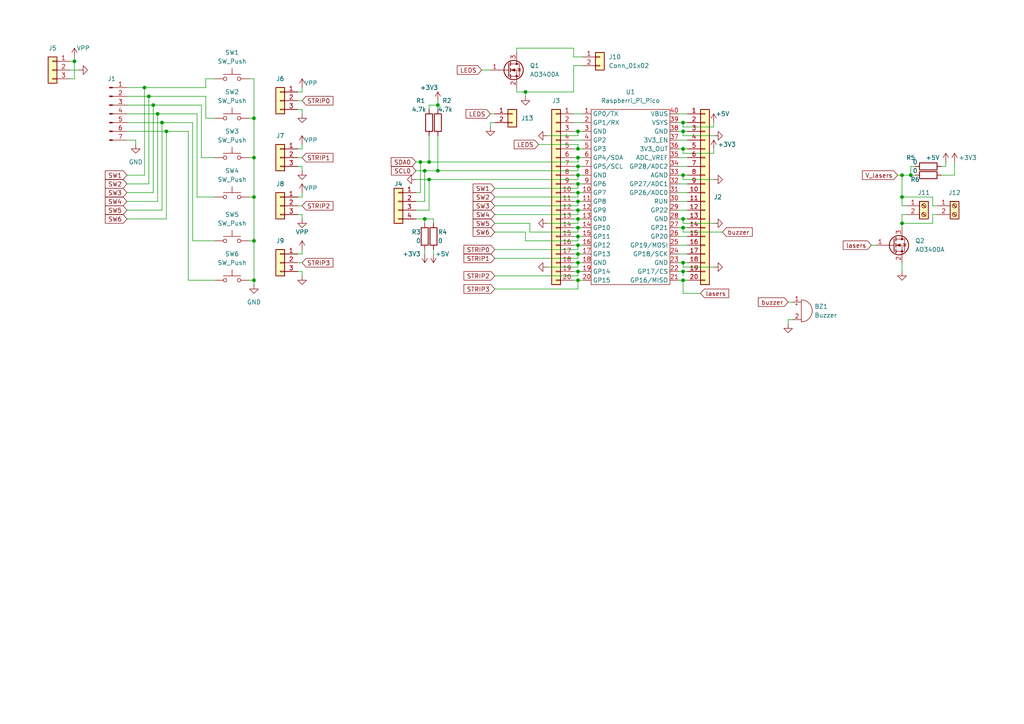
<source format=kicad_sch>
(kicad_sch (version 20230121) (generator eeschema)
  (paper "A4")
  (lib_symbols
    (symbol "Connector:Conn_01x07_Pin" (pin_names (offset 1.016) hide)
      (property "Reference" "J" (at 0 10.16 0))
      (property "Value" "Conn_01x07_Pin" (at 0 -10.16 0))
      (symbol "Conn_01x07_Pin_1_1"
        (polyline (pts (xy 1.27 -7.62) (xy 0.8636 -7.62)) (stroke (width 0.1524)))
        (polyline (pts (xy 1.27 -5.08) (xy 0.8636 -5.08)) (stroke (width 0.1524)))
        (polyline (pts (xy 1.27 -2.54) (xy 0.8636 -2.54)) (stroke (width 0.1524)))
        (polyline (pts (xy 1.27 0) (xy 0.8636 0)) (stroke (width 0.1524)))
        (polyline (pts (xy 1.27 2.54) (xy 0.8636 2.54)) (stroke (width 0.1524)))
        (polyline (pts (xy 1.27 5.08) (xy 0.8636 5.08)) (stroke (width 0.1524)))
        (polyline (pts (xy 1.27 7.62) (xy 0.8636 7.62)) (stroke (width 0.1524)))
        (rectangle (start 0.8636 -7.493) (end 0 -7.747) (stroke (width 0.1524)) (fill (type outline)))
        (rectangle (start 0.8636 -4.953) (end 0 -5.207) (stroke (width 0.1524)) (fill (type outline)))
        (rectangle (start 0.8636 -2.413) (end 0 -2.667) (stroke (width 0.1524)) (fill (type outline)))
        (rectangle (start 0.8636 0.127) (end 0 -0.127) (stroke (width 0.1524)) (fill (type outline)))
        (rectangle (start 0.8636 2.667) (end 0 2.413) (stroke (width 0.1524)) (fill (type outline)))
        (rectangle (start 0.8636 5.207) (end 0 4.953) (stroke (width 0.1524)) (fill (type outline)))
        (rectangle (start 0.8636 7.747) (end 0 7.493) (stroke (width 0.1524)) (fill (type outline)))
        (pin passive line (at 5.08 7.62 180) (length 3.81) (name "Pin_1") (number "1"))
        (pin passive line (at 5.08 5.08 180) (length 3.81) (name "Pin_2") (number "2"))
        (pin passive line (at 5.08 2.54 180) (length 3.81) (name "Pin_3") (number "3"))
        (pin passive line (at 5.08 0 180) (length 3.81) (name "Pin_4") (number "4"))
        (pin passive line (at 5.08 -2.54 180) (length 3.81) (name "Pin_5") (number "5"))
        (pin passive line (at 5.08 -5.08 180) (length 3.81) (name "Pin_6") (number "6"))
        (pin passive line (at 5.08 -7.62 180) (length 3.81) (name "Pin_7") (number "7"))
      )
    )
    (symbol "Connector:Screw_Terminal_01x02" (pin_names (offset 1.016) hide)
      (property "Reference" "J" (at 0 2.54 0))
      (property "Value" "Screw_Terminal_01x02" (at 0 -5.08 0))
      (symbol "Screw_Terminal_01x02_1_1"
        (rectangle (start -1.27 1.27) (end 1.27 -3.81) (stroke (width 0.254)) (fill (type background)))
        (circle (center 0 -2.54) (radius 0.635) (stroke (width 0.1524)))
        (polyline (pts (xy -0.5334 -2.2098) (xy 0.3302 -3.048)) (stroke (width 0.1524)))
        (polyline (pts (xy -0.5334 0.3302) (xy 0.3302 -0.508)) (stroke (width 0.1524)))
        (polyline (pts (xy -0.3556 -2.032) (xy 0.508 -2.8702)) (stroke (width 0.1524)))
        (polyline (pts (xy -0.3556 0.508) (xy 0.508 -0.3302)) (stroke (width 0.1524)))
        (circle (center 0 0) (radius 0.635) (stroke (width 0.1524)))
        (pin passive line (at -5.08 0 0) (length 3.81) (name "Pin_1") (number "1"))
        (pin passive line (at -5.08 -2.54 0) (length 3.81) (name "Pin_2") (number "2"))
      )
    )
    (symbol "Connector_Generic:Conn_01x02" (pin_names (offset 1.016) hide)
      (property "Reference" "J" (at 0 2.54 0))
      (property "Value" "Conn_01x02" (at 0 -5.08 0))
      (symbol "Conn_01x02_1_1"
        (rectangle (start -1.27 -2.413) (end 0 -2.667) (stroke (width 0.1524)))
        (rectangle (start -1.27 0.127) (end 0 -0.127) (stroke (width 0.1524)))
        (rectangle (start -1.27 1.27) (end 1.27 -3.81) (stroke (width 0.254)) (fill (type background)))
        (pin passive line (at -5.08 0 0) (length 3.81) (name "Pin_1") (number "1"))
        (pin passive line (at -5.08 -2.54 0) (length 3.81) (name "Pin_2") (number "2"))
      )
    )
    (symbol "Connector_Generic:Conn_01x03" (pin_names (offset 1.016) hide)
      (property "Reference" "J" (at 0 5.08 0))
      (property "Value" "Conn_01x03" (at 0 -5.08 0))
      (symbol "Conn_01x03_1_1"
        (rectangle (start -1.27 -2.413) (end 0 -2.667) (stroke (width 0.1524)))
        (rectangle (start -1.27 0.127) (end 0 -0.127) (stroke (width 0.1524)))
        (rectangle (start -1.27 2.667) (end 0 2.413) (stroke (width 0.1524)))
        (rectangle (start -1.27 3.81) (end 1.27 -3.81) (stroke (width 0.254)) (fill (type background)))
        (pin passive line (at -5.08 2.54 0) (length 3.81) (name "Pin_1") (number "1"))
        (pin passive line (at -5.08 0 0) (length 3.81) (name "Pin_2") (number "2"))
        (pin passive line (at -5.08 -2.54 0) (length 3.81) (name "Pin_3") (number "3"))
      )
    )
    (symbol "Connector_Generic:Conn_01x04" (pin_names (offset 1.016) hide)
      (property "Reference" "J" (at 0 5.08 0))
      (property "Value" "Conn_01x04" (at 0 -7.62 0))
      (symbol "Conn_01x04_1_1"
        (rectangle (start -1.27 -4.953) (end 0 -5.207) (stroke (width 0.1524)))
        (rectangle (start -1.27 -2.413) (end 0 -2.667) (stroke (width 0.1524)))
        (rectangle (start -1.27 0.127) (end 0 -0.127) (stroke (width 0.1524)))
        (rectangle (start -1.27 2.667) (end 0 2.413) (stroke (width 0.1524)))
        (rectangle (start -1.27 3.81) (end 1.27 -6.35) (stroke (width 0.254)) (fill (type background)))
        (pin passive line (at -5.08 2.54 0) (length 3.81) (name "Pin_1") (number "1"))
        (pin passive line (at -5.08 0 0) (length 3.81) (name "Pin_2") (number "2"))
        (pin passive line (at -5.08 -2.54 0) (length 3.81) (name "Pin_3") (number "3"))
        (pin passive line (at -5.08 -5.08 0) (length 3.81) (name "Pin_4") (number "4"))
      )
    )
    (symbol "Connector_Generic:Conn_01x20" (pin_names (offset 1.016) hide)
      (property "Reference" "J" (at 0 25.4 0))
      (property "Value" "Conn_01x20" (at 0 -27.94 0))
      (symbol "Conn_01x20_1_1"
        (rectangle (start -1.27 -25.273) (end 0 -25.527) (stroke (width 0.1524)))
        (rectangle (start -1.27 -22.733) (end 0 -22.987) (stroke (width 0.1524)))
        (rectangle (start -1.27 -20.193) (end 0 -20.447) (stroke (width 0.1524)))
        (rectangle (start -1.27 -17.653) (end 0 -17.907) (stroke (width 0.1524)))
        (rectangle (start -1.27 -15.113) (end 0 -15.367) (stroke (width 0.1524)))
        (rectangle (start -1.27 -12.573) (end 0 -12.827) (stroke (width 0.1524)))
        (rectangle (start -1.27 -10.033) (end 0 -10.287) (stroke (width 0.1524)))
        (rectangle (start -1.27 -7.493) (end 0 -7.747) (stroke (width 0.1524)))
        (rectangle (start -1.27 -4.953) (end 0 -5.207) (stroke (width 0.1524)))
        (rectangle (start -1.27 -2.413) (end 0 -2.667) (stroke (width 0.1524)))
        (rectangle (start -1.27 0.127) (end 0 -0.127) (stroke (width 0.1524)))
        (rectangle (start -1.27 2.667) (end 0 2.413) (stroke (width 0.1524)))
        (rectangle (start -1.27 5.207) (end 0 4.953) (stroke (width 0.1524)))
        (rectangle (start -1.27 7.747) (end 0 7.493) (stroke (width 0.1524)))
        (rectangle (start -1.27 10.287) (end 0 10.033) (stroke (width 0.1524)))
        (rectangle (start -1.27 12.827) (end 0 12.573) (stroke (width 0.1524)))
        (rectangle (start -1.27 15.367) (end 0 15.113) (stroke (width 0.1524)))
        (rectangle (start -1.27 17.907) (end 0 17.653) (stroke (width 0.1524)))
        (rectangle (start -1.27 20.447) (end 0 20.193) (stroke (width 0.1524)))
        (rectangle (start -1.27 22.987) (end 0 22.733) (stroke (width 0.1524)))
        (rectangle (start -1.27 24.13) (end 1.27 -26.67) (stroke (width 0.254)) (fill (type background)))
        (pin passive line (at -5.08 22.86 0) (length 3.81) (name "Pin_1") (number "1"))
        (pin passive line (at -5.08 0 0) (length 3.81) (name "Pin_10") (number "10"))
        (pin passive line (at -5.08 -2.54 0) (length 3.81) (name "Pin_11") (number "11"))
        (pin passive line (at -5.08 -5.08 0) (length 3.81) (name "Pin_12") (number "12"))
        (pin passive line (at -5.08 -7.62 0) (length 3.81) (name "Pin_13") (number "13"))
        (pin passive line (at -5.08 -10.16 0) (length 3.81) (name "Pin_14") (number "14"))
        (pin passive line (at -5.08 -12.7 0) (length 3.81) (name "Pin_15") (number "15"))
        (pin passive line (at -5.08 -15.24 0) (length 3.81) (name "Pin_16") (number "16"))
        (pin passive line (at -5.08 -17.78 0) (length 3.81) (name "Pin_17") (number "17"))
        (pin passive line (at -5.08 -20.32 0) (length 3.81) (name "Pin_18") (number "18"))
        (pin passive line (at -5.08 -22.86 0) (length 3.81) (name "Pin_19") (number "19"))
        (pin passive line (at -5.08 20.32 0) (length 3.81) (name "Pin_2") (number "2"))
        (pin passive line (at -5.08 -25.4 0) (length 3.81) (name "Pin_20") (number "20"))
        (pin passive line (at -5.08 17.78 0) (length 3.81) (name "Pin_3") (number "3"))
        (pin passive line (at -5.08 15.24 0) (length 3.81) (name "Pin_4") (number "4"))
        (pin passive line (at -5.08 12.7 0) (length 3.81) (name "Pin_5") (number "5"))
        (pin passive line (at -5.08 10.16 0) (length 3.81) (name "Pin_6") (number "6"))
        (pin passive line (at -5.08 7.62 0) (length 3.81) (name "Pin_7") (number "7"))
        (pin passive line (at -5.08 5.08 0) (length 3.81) (name "Pin_8") (number "8"))
        (pin passive line (at -5.08 2.54 0) (length 3.81) (name "Pin_9") (number "9"))
      )
    )
    (symbol "Device:Buzzer" (pin_names (offset 0.0254) hide)
      (property "Reference" "BZ" (at 3.81 1.27 0))
      (property "Value" "Buzzer" (at 3.81 -1.27 0))
      (symbol "Buzzer_0_1"
        (arc (start 0 -3.175) (mid 3.1612 0) (end 0 3.175))
        (polyline (pts (xy -1.651 1.905) (xy -1.143 1.905)))
        (polyline (pts (xy -1.397 2.159) (xy -1.397 1.651)))
        (polyline (pts (xy 0 3.175) (xy 0 -3.175)))
      )
      (symbol "Buzzer_1_1"
        (pin passive line (at -2.54 2.54 0) (length 2.54) (name "-") (number "1"))
        (pin passive line (at -2.54 -2.54 0) (length 2.54) (name "+") (number "2"))
      )
    )
    (symbol "Device:R" (pin_numbers hide) (pin_names (offset 0))
      (property "Reference" "R" (at 2.032 0 90))
      (property "Value" "R" (at 0 0 90))
      (symbol "R_0_1"
        (rectangle (start -1.016 -2.54) (end 1.016 2.54) (stroke (width 0.254)))
      )
      (symbol "R_1_1"
        (pin passive line (at 0 3.81 270) (length 1.27) (name "~") (number "1"))
        (pin passive line (at 0 -3.81 90) (length 1.27) (name "~") (number "2"))
      )
    )
    (symbol "Shield_Emergent:Raspberri_Pi_Pico"
      (property "Reference" "U" (at 0 13.97 0))
      (property "Value" "Raspberri_Pi_Pico" (at 0 16.51 0))
      (symbol "Raspberri_Pi_Pico_0_1"
        (rectangle (start -11.43 12.7) (end 11.43 -38.1))
      )
      (symbol "Raspberri_Pi_Pico_1_1"
        (pin output line (at -13.97 11.43 0) (length 2.54) (name "GP0/TX") (number "1"))
        (pin bidirectional line (at -13.97 -11.43 0) (length 2.54) (name "GP7") (number "10"))
        (pin bidirectional line (at -13.97 -13.97 0) (length 2.54) (name "GP8") (number "11"))
        (pin bidirectional line (at -13.97 -16.51 0) (length 2.54) (name "GP9") (number "12"))
        (pin power_in line (at -13.97 -19.05 0) (length 2.54) (name "GND") (number "13"))
        (pin bidirectional line (at -13.97 -21.59 0) (length 2.54) (name "GP10") (number "14"))
        (pin bidirectional line (at -13.97 -24.13 0) (length 2.54) (name "GP11") (number "15"))
        (pin bidirectional line (at -13.97 -26.67 0) (length 2.54) (name "GP12") (number "16"))
        (pin bidirectional line (at -13.97 -29.21 0) (length 2.54) (name "GP13") (number "17"))
        (pin power_in line (at -13.97 -31.75 0) (length 2.54) (name "GND") (number "18"))
        (pin bidirectional line (at -13.97 -34.29 0) (length 2.54) (name "GP14") (number "19"))
        (pin input line (at -13.97 8.89 0) (length 2.54) (name "GP1/RX") (number "2"))
        (pin bidirectional line (at -13.97 -36.83 0) (length 2.54) (name "GP15") (number "20"))
        (pin input line (at 13.97 -36.83 180) (length 2.54) (name "GP16/MISO") (number "21"))
        (pin output line (at 13.97 -34.29 180) (length 2.54) (name "GP17/CS") (number "22"))
        (pin power_in line (at 13.97 -31.75 180) (length 2.54) (name "GND") (number "23"))
        (pin bidirectional line (at 13.97 -29.21 180) (length 2.54) (name "GP18/SCK") (number "24"))
        (pin bidirectional line (at 13.97 -26.67 180) (length 2.54) (name "GP19/MOSI") (number "25"))
        (pin bidirectional line (at 13.97 -24.13 180) (length 2.54) (name "GP20") (number "26"))
        (pin bidirectional line (at 13.97 -21.59 180) (length 2.54) (name "GP21") (number "27"))
        (pin power_in line (at 13.97 -19.05 180) (length 2.54) (name "GND") (number "28"))
        (pin bidirectional line (at 13.97 -16.51 180) (length 2.54) (name "GP22") (number "29"))
        (pin power_in line (at -13.97 6.35 0) (length 2.54) (name "GND") (number "3"))
        (pin bidirectional line (at 13.97 -13.97 180) (length 2.54) (name "RUN") (number "30"))
        (pin input line (at 13.97 -11.43 180) (length 2.54) (name "GP26/ADC0") (number "31"))
        (pin input line (at 13.97 -8.89 180) (length 2.54) (name "GP27/ADC1") (number "32"))
        (pin power_in line (at 13.97 -6.35 180) (length 2.54) (name "AGND") (number "33"))
        (pin input line (at 13.97 -3.81 180) (length 2.54) (name "GP28/ADC2") (number "34"))
        (pin input line (at 13.97 -1.27 180) (length 2.54) (name "ADC_VREF") (number "35"))
        (pin power_out line (at 13.97 1.27 180) (length 2.54) (name "3V3_OUT") (number "36"))
        (pin input line (at 13.97 3.81 180) (length 2.54) (name "3V3_EN") (number "37"))
        (pin power_in line (at 13.97 6.35 180) (length 2.54) (name "GND") (number "38"))
        (pin power_in line (at 13.97 8.89 180) (length 2.54) (name "VSYS") (number "39"))
        (pin bidirectional line (at -13.97 3.81 0) (length 2.54) (name "GP2") (number "4"))
        (pin power_in line (at 13.97 11.43 180) (length 2.54) (name "VBUS") (number "40"))
        (pin bidirectional line (at -13.97 1.27 0) (length 2.54) (name "GP3") (number "5"))
        (pin bidirectional line (at -13.97 -1.27 0) (length 2.54) (name "GP4/SDA") (number "6"))
        (pin bidirectional line (at -13.97 -3.81 0) (length 2.54) (name "GP5/SCL") (number "7"))
        (pin power_in line (at -13.97 -6.35 0) (length 2.54) (name "GND") (number "8"))
        (pin bidirectional line (at -13.97 -8.89 0) (length 2.54) (name "GP6") (number "9"))
      )
    )
    (symbol "Switch:SW_Push" (pin_numbers hide) (pin_names (offset 1.016) hide)
      (property "Reference" "SW" (at 1.27 2.54 0))
      (property "Value" "SW_Push" (at 0 -1.524 0))
      (symbol "SW_Push_0_1"
        (circle (center -2.032 0) (radius 0.508))
        (polyline (pts (xy 0 1.27) (xy 0 3.048)))
        (polyline (pts (xy 2.54 1.27) (xy -2.54 1.27)))
        (circle (center 2.032 0) (radius 0.508))
        (pin passive line (at -5.08 0 0) (length 2.54) (name "1") (number "1"))
        (pin passive line (at 5.08 0 180) (length 2.54) (name "2") (number "2"))
      )
    )
    (symbol "Transistor_FET:AO3400A" (pin_names hide)
      (property "Reference" "Q" (at 5.08 1.905 0))
      (property "Value" "AO3400A" (at 5.08 0 0))
      (symbol "AO3400A_0_1"
        (polyline (pts (xy 0.254 0) (xy -2.54 0)))
        (polyline (pts (xy 0.254 1.905) (xy 0.254 -1.905)) (stroke (width 0.254)))
        (polyline (pts (xy 0.762 -1.27) (xy 0.762 -2.286)) (stroke (width 0.254)))
        (polyline (pts (xy 0.762 0.508) (xy 0.762 -0.508)) (stroke (width 0.254)))
        (polyline (pts (xy 0.762 2.286) (xy 0.762 1.27)) (stroke (width 0.254)))
        (polyline (pts (xy 2.54 2.54) (xy 2.54 1.778)))
        (polyline (pts (xy 2.54 -2.54) (xy 2.54 0) (xy 0.762 0)))
        (polyline (pts (xy 0.762 -1.778) (xy 3.302 -1.778) (xy 3.302 1.778) (xy 0.762 1.778)))
        (polyline (pts (xy 1.016 0) (xy 2.032 0.381) (xy 2.032 -0.381) (xy 1.016 0)) (fill (type outline)))
        (polyline (pts (xy 2.794 0.508) (xy 2.921 0.381) (xy 3.683 0.381) (xy 3.81 0.254)))
        (polyline (pts (xy 3.302 0.381) (xy 2.921 -0.254) (xy 3.683 -0.254) (xy 3.302 0.381)))
        (circle (center 1.651 0) (radius 2.794) (stroke (width 0.254)))
        (circle (center 2.54 -1.778) (radius 0.254) (fill (type outline)))
        (circle (center 2.54 1.778) (radius 0.254) (fill (type outline)))
      )
      (symbol "AO3400A_1_1"
        (pin input line (at -5.08 0 0) (length 2.54) (name "G") (number "1"))
        (pin passive line (at 2.54 -5.08 90) (length 2.54) (name "S") (number "2"))
        (pin passive line (at 2.54 5.08 270) (length 2.54) (name "D") (number "3"))
      )
    )
    (symbol "power:+3.3V" (power) (pin_names (offset 0))
      (property "Value" "+3.3V" (at 0 3.556 0))
      (symbol "+3.3V_0_1"
        (polyline (pts (xy -0.762 1.27) (xy 0 2.54)))
        (polyline (pts (xy 0 0) (xy 0 2.54)))
        (polyline (pts (xy 0 2.54) (xy 0.762 1.27)))
      )
      (symbol "+3.3V_1_1"
        (pin power_in line (at 0 0 90) (length 0) hide (name "+3V3") (number "1"))
      )
    )
    (symbol "power:+5V" (power) (pin_names (offset 0))
      (property "Value" "+5V" (at 0 3.556 0))
      (symbol "+5V_0_1"
        (polyline (pts (xy -0.762 1.27) (xy 0 2.54)))
        (polyline (pts (xy 0 0) (xy 0 2.54)))
        (polyline (pts (xy 0 2.54) (xy 0.762 1.27)))
      )
      (symbol "+5V_1_1"
        (pin power_in line (at 0 0 90) (length 0) hide (name "+5V") (number "1"))
      )
    )
    (symbol "power:GND" (power) (pin_names (offset 0))
      (property "Value" "GND" (at 0 -3.81 0))
      (symbol "GND_0_1"
        (polyline (pts (xy 0 0) (xy 0 -1.27) (xy 1.27 -1.27) (xy 0 -2.54) (xy -1.27 -1.27) (xy 0 -1.27)))
      )
      (symbol "GND_1_1"
        (pin power_in line (at 0 0 270) (length 0) hide (name "GND") (number "1"))
      )
    )
    (symbol "power:VPP" (power) (pin_names (offset 0))
      (property "Value" "VPP" (at 0 3.81 0))
      (symbol "VPP_0_1"
        (polyline (pts (xy -0.762 1.27) (xy 0 2.54)))
        (polyline (pts (xy 0 0) (xy 0 2.54)))
        (polyline (pts (xy 0 2.54) (xy 0.762 1.27)))
      )
      (symbol "VPP_1_1"
        (pin power_in line (at 0 0 90) (length 0) hide (name "VPP") (number "1"))
      )
    )
  )
  (junction (at 167.64 73.66))
  (junction (at 167.64 68.58))
  (junction (at 167.64 45.72))
  (junction (at 123.19 63.5))
  (junction (at 123.19 49.53))
  (junction (at 167.64 58.42))
  (junction (at 167.64 81.28))
  (junction (at 198.12 81.28))
  (junction (at 167.64 71.12))
  (junction (at 261.62 50.8))
  (junction (at 198.12 35.56))
  (junction (at 167.64 53.34))
  (junction (at 167.64 60.96))
  (junction (at 124.46 52.07))
  (junction (at 198.12 38.1))
  (junction (at 264.16 50.8))
  (junction (at 124.46 46.99))
  (junction (at 198.12 66.04))
  (junction (at 152.4 26.67))
  (junction (at 73.66 45.72))
  (junction (at 198.12 63.5))
  (junction (at 73.66 69.85))
  (junction (at 167.64 50.8))
  (junction (at 44.45 30.48))
  (junction (at 261.62 64.77))
  (junction (at 261.62 57.15))
  (junction (at 41.91 25.4))
  (junction (at 198.12 78.74))
  (junction (at 198.12 76.2))
  (junction (at 167.64 66.04))
  (junction (at 73.66 57.15))
  (junction (at 167.64 43.18))
  (junction (at 48.26 38.1))
  (junction (at 127 49.53))
  (junction (at 73.66 81.28))
  (junction (at 167.64 55.88))
  (junction (at 73.66 34.29))
  (junction (at 127 30.48))
  (junction (at 167.64 38.1))
  (junction (at 45.72 33.02))
  (junction (at 198.12 43.18))
  (junction (at 21.59 17.78))
  (junction (at 167.64 78.74))
  (junction (at 46.99 35.56))
  (junction (at 121.92 46.99))
  (junction (at 167.64 63.5))
  (junction (at 167.64 48.26))
  (junction (at 43.18 27.94))
  (junction (at 167.64 76.2))
  (junction (at 198.12 50.8))
  (wire (pts (xy 36.83 60.96) (xy 46.99 60.96)))
  (wire (pts (xy 199.39 38.1) (xy 198.12 38.1)))
  (wire (pts (xy 55.88 35.56) (xy 55.88 69.85)))
  (wire (pts (xy 167.64 48.26) (xy 168.91 48.26)))
  (wire (pts (xy 166.37 81.28) (xy 167.64 81.28)))
  (wire (pts (xy 196.85 50.8) (xy 198.12 50.8)))
  (wire (pts (xy 166.37 58.42) (xy 167.64 58.42)))
  (wire (pts (xy 198.12 81.28) (xy 199.39 81.28)))
  (wire (pts (xy 167.64 64.77) (xy 167.64 63.5)))
  (wire (pts (xy 124.46 60.96) (xy 124.46 52.07)))
  (wire (pts (xy 228.6 93.98) (xy 228.6 92.71)))
  (wire (pts (xy 143.51 64.77) (xy 153.67 64.77)))
  (wire (pts (xy 123.19 63.5) (xy 120.65 63.5)))
  (wire (pts (xy 87.63 31.75) (xy 86.36 31.75)))
  (wire (pts (xy 199.39 58.42) (xy 196.85 58.42)))
  (wire (pts (xy 73.66 34.29) (xy 73.66 45.72)))
  (wire (pts (xy 121.92 46.99) (xy 124.46 46.99)))
  (wire (pts (xy 228.6 87.63) (xy 229.87 87.63)))
  (wire (pts (xy 209.55 67.31) (xy 198.12 67.31)))
  (wire (pts (xy 166.37 26.67) (xy 166.37 19.05)))
  (wire (pts (xy 196.85 55.88) (xy 199.39 55.88)))
  (wire (pts (xy 261.62 76.2) (xy 261.62 78.74)))
  (wire (pts (xy 87.63 49.53) (xy 87.63 48.26)))
  (wire (pts (xy 168.91 16.51) (xy 166.37 16.51)))
  (wire (pts (xy 198.12 39.37) (xy 207.01 39.37)))
  (wire (pts (xy 143.51 59.69) (xy 167.64 59.69)))
  (wire (pts (xy 73.66 69.85) (xy 73.66 81.28)))
  (wire (pts (xy 36.83 63.5) (xy 48.26 63.5)))
  (wire (pts (xy 198.12 64.77) (xy 198.12 63.5)))
  (wire (pts (xy 87.63 25.4) (xy 87.63 26.67)))
  (wire (pts (xy 166.37 53.34) (xy 167.64 53.34)))
  (wire (pts (xy 125.73 72.39) (xy 125.73 73.66)))
  (wire (pts (xy 43.18 53.34) (xy 43.18 27.94)))
  (wire (pts (xy 45.72 58.42) (xy 45.72 33.02)))
  (wire (pts (xy 261.62 64.77) (xy 261.62 66.04)))
  (wire (pts (xy 166.37 43.18) (xy 167.64 43.18)))
  (wire (pts (xy 72.39 57.15) (xy 73.66 57.15)))
  (wire (pts (xy 262.89 62.23) (xy 261.62 62.23)))
  (wire (pts (xy 87.63 43.18) (xy 86.36 43.18)))
  (wire (pts (xy 167.64 49.53) (xy 167.64 48.26)))
  (wire (pts (xy 199.39 45.72) (xy 196.85 45.72)))
  (wire (pts (xy 207.01 36.83) (xy 207.01 35.56)))
  (wire (pts (xy 87.63 80.01) (xy 87.63 78.74)))
  (wire (pts (xy 167.64 68.58) (xy 167.64 69.85)))
  (wire (pts (xy 198.12 52.07) (xy 198.12 50.8)))
  (wire (pts (xy 62.23 22.86) (xy 59.69 22.86)))
  (wire (pts (xy 21.59 17.78) (xy 20.32 17.78)))
  (wire (pts (xy 167.64 76.2) (xy 168.91 76.2)))
  (wire (pts (xy 261.62 62.23) (xy 261.62 64.77)))
  (wire (pts (xy 124.46 52.07) (xy 167.64 52.07)))
  (wire (pts (xy 207.01 44.45) (xy 207.01 43.18)))
  (wire (pts (xy 261.62 64.77) (xy 270.51 64.77)))
  (wire (pts (xy 167.64 62.23) (xy 167.64 60.96)))
  (wire (pts (xy 120.65 49.53) (xy 123.19 49.53)))
  (wire (pts (xy 167.64 63.5) (xy 166.37 63.5)))
  (wire (pts (xy 198.12 64.77) (xy 207.01 64.77)))
  (wire (pts (xy 167.64 57.15) (xy 167.64 55.88)))
  (wire (pts (xy 198.12 66.04) (xy 199.39 66.04)))
  (wire (pts (xy 58.42 30.48) (xy 58.42 45.72)))
  (wire (pts (xy 142.24 33.02) (xy 143.51 33.02)))
  (wire (pts (xy 120.65 52.07) (xy 124.46 52.07)))
  (wire (pts (xy 196.85 53.34) (xy 199.39 53.34)))
  (wire (pts (xy 274.32 48.26) (xy 274.32 46.99)))
  (wire (pts (xy 143.51 62.23) (xy 167.64 62.23)))
  (wire (pts (xy 196.85 81.28) (xy 198.12 81.28)))
  (wire (pts (xy 46.99 60.96) (xy 46.99 35.56)))
  (wire (pts (xy 196.85 48.26) (xy 199.39 48.26)))
  (wire (pts (xy 260.35 50.8) (xy 261.62 50.8)))
  (wire (pts (xy 57.15 33.02) (xy 45.72 33.02)))
  (wire (pts (xy 124.46 46.99) (xy 167.64 46.99)))
  (wire (pts (xy 261.62 50.8) (xy 261.62 57.15)))
  (wire (pts (xy 62.23 57.15) (xy 57.15 57.15)))
  (wire (pts (xy 73.66 81.28) (xy 72.39 81.28)))
  (wire (pts (xy 123.19 58.42) (xy 123.19 49.53)))
  (wire (pts (xy 57.15 57.15) (xy 57.15 33.02)))
  (wire (pts (xy 36.83 27.94) (xy 43.18 27.94)))
  (wire (pts (xy 41.91 50.8) (xy 41.91 25.4)))
  (wire (pts (xy 120.65 46.99) (xy 121.92 46.99)))
  (wire (pts (xy 87.63 73.66) (xy 86.36 73.66)))
  (wire (pts (xy 123.19 64.77) (xy 123.19 63.5)))
  (wire (pts (xy 48.26 38.1) (xy 36.83 38.1)))
  (wire (pts (xy 166.37 78.74) (xy 167.64 78.74)))
  (wire (pts (xy 167.64 60.96) (xy 168.91 60.96)))
  (wire (pts (xy 143.51 67.31) (xy 152.4 67.31)))
  (wire (pts (xy 36.83 50.8) (xy 41.91 50.8)))
  (wire (pts (xy 36.83 55.88) (xy 44.45 55.88)))
  (wire (pts (xy 198.12 35.56) (xy 196.85 35.56)))
  (wire (pts (xy 167.64 48.26) (xy 166.37 48.26)))
  (wire (pts (xy 196.85 66.04) (xy 198.12 66.04)))
  (wire (pts (xy 198.12 44.45) (xy 198.12 43.18)))
  (wire (pts (xy 276.86 46.99) (xy 276.86 50.8)))
  (wire (pts (xy 55.88 69.85) (xy 62.23 69.85)))
  (wire (pts (xy 152.4 26.67) (xy 152.4 27.94)))
  (wire (pts (xy 167.64 77.47) (xy 167.64 76.2)))
  (wire (pts (xy 167.64 81.28) (xy 168.91 81.28)))
  (wire (pts (xy 139.7 20.32) (xy 142.24 20.32)))
  (wire (pts (xy 199.39 76.2) (xy 198.12 76.2)))
  (wire (pts (xy 167.64 59.69) (xy 167.64 58.42)))
  (wire (pts (xy 167.64 76.2) (xy 166.37 76.2)))
  (wire (pts (xy 142.24 36.83) (xy 142.24 35.56)))
  (wire (pts (xy 127 30.48) (xy 127 31.75)))
  (wire (pts (xy 166.37 60.96) (xy 167.64 60.96)))
  (wire (pts (xy 198.12 80.01) (xy 198.12 78.74)))
  (wire (pts (xy 167.64 45.72) (xy 168.91 45.72)))
  (wire (pts (xy 73.66 45.72) (xy 73.66 57.15)))
  (wire (pts (xy 41.91 25.4) (xy 36.83 25.4)))
  (wire (pts (xy 167.64 46.99) (xy 167.64 45.72)))
  (wire (pts (xy 142.24 35.56) (xy 143.51 35.56)))
  (wire (pts (xy 207.01 44.45) (xy 198.12 44.45)))
  (wire (pts (xy 143.51 83.82) (xy 167.64 83.82)))
  (wire (pts (xy 123.19 49.53) (xy 127 49.53)))
  (wire (pts (xy 166.37 16.51) (xy 166.37 13.97)))
  (wire (pts (xy 166.37 55.88) (xy 167.64 55.88)))
  (wire (pts (xy 271.78 62.23) (xy 270.51 62.23)))
  (wire (pts (xy 149.86 25.4) (xy 149.86 26.67)))
  (wire (pts (xy 261.62 50.8) (xy 264.16 50.8)))
  (wire (pts (xy 62.23 81.28) (xy 54.61 81.28)))
  (wire (pts (xy 198.12 67.31) (xy 198.12 66.04)))
  (wire (pts (xy 87.63 62.23) (xy 86.36 62.23)))
  (wire (pts (xy 167.64 58.42) (xy 168.91 58.42)))
  (wire (pts (xy 271.78 59.69) (xy 270.51 59.69)))
  (wire (pts (xy 196.85 76.2) (xy 198.12 76.2)))
  (wire (pts (xy 264.16 50.8) (xy 264.16 48.26)))
  (wire (pts (xy 86.36 29.21) (xy 87.63 29.21)))
  (wire (pts (xy 167.64 83.82) (xy 167.64 81.28)))
  (wire (pts (xy 166.37 33.02) (xy 168.91 33.02)))
  (wire (pts (xy 72.39 34.29) (xy 73.66 34.29)))
  (wire (pts (xy 36.83 40.64) (xy 39.37 40.64)))
  (wire (pts (xy 153.67 67.31) (xy 167.64 67.31)))
  (wire (pts (xy 167.64 71.12) (xy 168.91 71.12)))
  (wire (pts (xy 73.66 57.15) (xy 73.66 69.85)))
  (wire (pts (xy 167.64 38.1) (xy 166.37 38.1)))
  (wire (pts (xy 86.36 59.69) (xy 87.63 59.69)))
  (wire (pts (xy 167.64 43.18) (xy 168.91 43.18)))
  (wire (pts (xy 72.39 69.85) (xy 73.66 69.85)))
  (wire (pts (xy 196.85 38.1) (xy 198.12 38.1)))
  (wire (pts (xy 167.64 74.93) (xy 167.64 73.66)))
  (wire (pts (xy 120.65 55.88) (xy 121.92 55.88)))
  (wire (pts (xy 158.75 39.37) (xy 167.64 39.37)))
  (wire (pts (xy 158.75 77.47) (xy 167.64 77.47)))
  (wire (pts (xy 48.26 63.5) (xy 48.26 38.1)))
  (wire (pts (xy 167.64 50.8) (xy 166.37 50.8)))
  (wire (pts (xy 59.69 22.86) (xy 59.69 25.4)))
  (wire (pts (xy 166.37 40.64) (xy 168.91 40.64)))
  (wire (pts (xy 127 39.37) (xy 127 49.53)))
  (wire (pts (xy 276.86 50.8) (xy 273.05 50.8)))
  (wire (pts (xy 152.4 69.85) (xy 167.64 69.85)))
  (wire (pts (xy 166.37 66.04) (xy 167.64 66.04)))
  (wire (pts (xy 167.64 68.58) (xy 168.91 68.58)))
  (wire (pts (xy 73.66 22.86) (xy 73.66 34.29)))
  (wire (pts (xy 127 49.53) (xy 167.64 49.53)))
  (wire (pts (xy 123.19 72.39) (xy 123.19 73.66)))
  (wire (pts (xy 198.12 36.83) (xy 207.01 36.83)))
  (wire (pts (xy 167.64 38.1) (xy 168.91 38.1)))
  (wire (pts (xy 39.37 40.64) (xy 39.37 41.91)))
  (wire (pts (xy 153.67 64.77) (xy 153.67 67.31)))
  (wire (pts (xy 143.51 72.39) (xy 167.64 72.39)))
  (wire (pts (xy 264.16 48.26) (xy 265.43 48.26)))
  (wire (pts (xy 196.85 78.74) (xy 198.12 78.74)))
  (wire (pts (xy 36.83 35.56) (xy 46.99 35.56)))
  (wire (pts (xy 86.36 45.72) (xy 87.63 45.72)))
  (wire (pts (xy 199.39 43.18) (xy 198.12 43.18)))
  (wire (pts (xy 167.64 55.88) (xy 168.91 55.88)))
  (wire (pts (xy 166.37 13.97) (xy 149.86 13.97)))
  (wire (pts (xy 198.12 85.09) (xy 198.12 81.28)))
  (wire (pts (xy 87.63 63.5) (xy 87.63 62.23)))
  (wire (pts (xy 143.51 54.61) (xy 167.64 54.61)))
  (wire (pts (xy 58.42 45.72) (xy 62.23 45.72)))
  (wire (pts (xy 87.63 26.67) (xy 86.36 26.67)))
  (wire (pts (xy 120.65 58.42) (xy 123.19 58.42)))
  (wire (pts (xy 196.85 63.5) (xy 198.12 63.5)))
  (wire (pts (xy 86.36 76.2) (xy 87.63 76.2)))
  (wire (pts (xy 196.85 43.18) (xy 198.12 43.18)))
  (wire (pts (xy 36.83 30.48) (xy 44.45 30.48)))
  (wire (pts (xy 166.37 19.05) (xy 168.91 19.05)))
  (wire (pts (xy 198.12 77.47) (xy 198.12 76.2)))
  (wire (pts (xy 20.32 20.32) (xy 22.86 20.32)))
  (wire (pts (xy 44.45 30.48) (xy 58.42 30.48)))
  (wire (pts (xy 196.85 68.58) (xy 199.39 68.58)))
  (wire (pts (xy 199.39 35.56) (xy 198.12 35.56)))
  (wire (pts (xy 198.12 78.74) (xy 199.39 78.74)))
  (wire (pts (xy 199.39 50.8) (xy 198.12 50.8)))
  (wire (pts (xy 166.37 73.66) (xy 167.64 73.66)))
  (wire (pts (xy 43.18 27.94) (xy 59.69 27.94)))
  (wire (pts (xy 270.51 59.69) (xy 270.51 57.15)))
  (wire (pts (xy 167.64 73.66) (xy 168.91 73.66)))
  (wire (pts (xy 167.64 45.72) (xy 166.37 45.72)))
  (wire (pts (xy 44.45 55.88) (xy 44.45 30.48)))
  (wire (pts (xy 167.64 53.34) (xy 168.91 53.34)))
  (wire (pts (xy 72.39 45.72) (xy 73.66 45.72)))
  (wire (pts (xy 73.66 82.55) (xy 73.66 81.28)))
  (wire (pts (xy 62.23 34.29) (xy 59.69 34.29)))
  (wire (pts (xy 199.39 63.5) (xy 198.12 63.5)))
  (wire (pts (xy 199.39 33.02) (xy 196.85 33.02)))
  (wire (pts (xy 198.12 52.07) (xy 207.01 52.07)))
  (wire (pts (xy 87.63 57.15) (xy 86.36 57.15)))
  (wire (pts (xy 196.85 73.66) (xy 199.39 73.66)))
  (wire (pts (xy 124.46 30.48) (xy 127 30.48)))
  (wire (pts (xy 167.64 78.74) (xy 168.91 78.74)))
  (wire (pts (xy 143.51 80.01) (xy 167.64 80.01)))
  (wire (pts (xy 120.65 60.96) (xy 124.46 60.96)))
  (wire (pts (xy 198.12 39.37) (xy 198.12 38.1)))
  (wire (pts (xy 203.2 85.09) (xy 198.12 85.09)))
  (wire (pts (xy 124.46 39.37) (xy 124.46 46.99)))
  (wire (pts (xy 54.61 38.1) (xy 48.26 38.1)))
  (wire (pts (xy 87.63 78.74) (xy 86.36 78.74)))
  (wire (pts (xy 228.6 92.71) (xy 229.87 92.71)))
  (wire (pts (xy 198.12 77.47) (xy 207.01 77.47)))
  (wire (pts (xy 87.63 72.39) (xy 87.63 73.66)))
  (wire (pts (xy 21.59 22.86) (xy 21.59 17.78)))
  (wire (pts (xy 59.69 25.4) (xy 41.91 25.4)))
  (wire (pts (xy 20.32 22.86) (xy 21.59 22.86)))
  (wire (pts (xy 156.21 41.91) (xy 167.64 41.91)))
  (wire (pts (xy 87.63 48.26) (xy 86.36 48.26)))
  (wire (pts (xy 166.37 71.12) (xy 167.64 71.12)))
  (wire (pts (xy 158.75 64.77) (xy 167.64 64.77)))
  (wire (pts (xy 59.69 34.29) (xy 59.69 27.94)))
  (wire (pts (xy 252.73 71.12) (xy 254 71.12)))
  (wire (pts (xy 152.4 26.67) (xy 166.37 26.67)))
  (wire (pts (xy 196.85 71.12) (xy 199.39 71.12)))
  (wire (pts (xy 45.72 33.02) (xy 36.83 33.02)))
  (wire (pts (xy 265.43 50.8) (xy 264.16 50.8)))
  (wire (pts (xy 167.64 50.8) (xy 168.91 50.8)))
  (wire (pts (xy 167.64 72.39) (xy 167.64 71.12)))
  (wire (pts (xy 87.63 41.91) (xy 87.63 43.18)))
  (wire (pts (xy 167.64 52.07) (xy 167.64 50.8)))
  (wire (pts (xy 36.83 58.42) (xy 45.72 58.42)))
  (wire (pts (xy 270.51 62.23) (xy 270.51 64.77)))
  (wire (pts (xy 167.64 80.01) (xy 167.64 78.74)))
  (wire (pts (xy 87.63 33.02) (xy 87.63 31.75)))
  (wire (pts (xy 167.64 66.04) (xy 168.91 66.04)))
  (wire (pts (xy 124.46 30.48) (xy 124.46 31.75)))
  (wire (pts (xy 261.62 57.15) (xy 261.62 59.69)))
  (wire (pts (xy 166.37 35.56) (xy 168.91 35.56)))
  (wire (pts (xy 143.51 57.15) (xy 167.64 57.15)))
  (wire (pts (xy 261.62 57.15) (xy 270.51 57.15)))
  (wire (pts (xy 125.73 63.5) (xy 123.19 63.5)))
  (wire (pts (xy 54.61 81.28) (xy 54.61 38.1)))
  (wire (pts (xy 143.51 74.93) (xy 167.64 74.93)))
  (wire (pts (xy 125.73 64.77) (xy 125.73 63.5)))
  (wire (pts (xy 198.12 36.83) (xy 198.12 35.56)))
  (wire (pts (xy 167.64 54.61) (xy 167.64 53.34)))
  (wire (pts (xy 196.85 60.96) (xy 199.39 60.96)))
  (wire (pts (xy 72.39 22.86) (xy 73.66 22.86)))
  (wire (pts (xy 87.63 55.88) (xy 87.63 57.15)))
  (wire (pts (xy 273.05 48.26) (xy 274.32 48.26)))
  (wire (pts (xy 21.59 16.51) (xy 21.59 17.78)))
  (wire (pts (xy 127 29.21) (xy 127 30.48)))
  (wire (pts (xy 121.92 55.88) (xy 121.92 46.99)))
  (wire (pts (xy 152.4 67.31) (xy 152.4 69.85)))
  (wire (pts (xy 167.64 67.31) (xy 167.64 66.04)))
  (wire (pts (xy 199.39 40.64) (xy 196.85 40.64)))
  (wire (pts (xy 167.64 39.37) (xy 167.64 38.1)))
  (wire (pts (xy 46.99 35.56) (xy 55.88 35.56)))
  (wire (pts (xy 36.83 53.34) (xy 43.18 53.34)))
  (wire (pts (xy 167.64 41.91) (xy 167.64 43.18)))
  (wire (pts (xy 261.62 59.69) (xy 262.89 59.69)))
  (wire (pts (xy 166.37 68.58) (xy 167.64 68.58)))
  (wire (pts (xy 167.64 63.5) (xy 168.91 63.5)))
  (wire (pts (xy 149.86 13.97) (xy 149.86 15.24)))
  (wire (pts (xy 149.86 26.67) (xy 152.4 26.67)))
  (global_label "buzzer" (shape input) (at 209.55 67.31 0) (property "Intersheetrefs" "${INTERSHEET_REFS}" (effects hide)))
  (global_label "V_lasers" (shape input) (at 260.35 50.8 180) (property "Intersheetrefs" "${INTERSHEET_REFS}" (effects hide)))
  (global_label "STRIP2" (shape input) (at 87.63 59.69 0) (property "Intersheetrefs" "${INTERSHEET_REFS}" (effects hide)))
  (global_label "SW6" (shape input) (at 143.51 67.31 180) (property "Intersheetrefs" "${INTERSHEET_REFS}" (effects hide)))
  (global_label "STRIP0" (shape input) (at 87.63 29.21 0) (property "Intersheetrefs" "${INTERSHEET_REFS}" (effects hide)))
  (global_label "STRIP3" (shape input) (at 87.63 76.2 0) (property "Intersheetrefs" "${INTERSHEET_REFS}" (effects hide)))
  (global_label "SW5" (shape input) (at 143.51 64.77 180) (property "Intersheetrefs" "${INTERSHEET_REFS}" (effects hide)))
  (global_label "STRIP2" (shape input) (at 143.51 80.01 180) (property "Intersheetrefs" "${INTERSHEET_REFS}" (effects hide)))
  (global_label "SW4" (shape input) (at 143.51 62.23 180) (property "Intersheetrefs" "${INTERSHEET_REFS}" (effects hide)))
  (global_label "SW4" (shape input) (at 36.83 58.42 180) (property "Intersheetrefs" "${INTERSHEET_REFS}" (effects hide)))
  (global_label "SW3" (shape input) (at 36.83 55.88 180) (property "Intersheetrefs" "${INTERSHEET_REFS}" (effects hide)))
  (global_label "SW1" (shape input) (at 143.51 54.61 180) (property "Intersheetrefs" "${INTERSHEET_REFS}" (effects hide)))
  (global_label "SW2" (shape input) (at 143.51 57.15 180) (property "Intersheetrefs" "${INTERSHEET_REFS}" (effects hide)))
  (global_label "LEDS" (shape input) (at 156.21 41.91 180) (property "Intersheetrefs" "${INTERSHEET_REFS}" (effects hide)))
  (global_label "STRIP1" (shape input) (at 87.63 45.72 0) (property "Intersheetrefs" "${INTERSHEET_REFS}" (effects hide)))
  (global_label "LEDS" (shape input) (at 139.7 20.32 180) (property "Intersheetrefs" "${INTERSHEET_REFS}" (effects hide)))
  (global_label "lasers" (shape input) (at 252.73 71.12 180) (property "Intersheetrefs" "${INTERSHEET_REFS}" (effects hide)))
  (global_label "SW5" (shape input) (at 36.83 60.96 180) (property "Intersheetrefs" "${INTERSHEET_REFS}" (effects hide)))
  (global_label "SW2" (shape input) (at 36.83 53.34 180) (property "Intersheetrefs" "${INTERSHEET_REFS}" (effects hide)))
  (global_label "STRIP1" (shape input) (at 143.51 74.93 180) (property "Intersheetrefs" "${INTERSHEET_REFS}" (effects hide)))
  (global_label "SCL0" (shape input) (at 120.65 49.53 180) (property "Intersheetrefs" "${INTERSHEET_REFS}" (effects hide)))
  (global_label "SW3" (shape input) (at 143.51 59.69 180) (property "Intersheetrefs" "${INTERSHEET_REFS}" (effects hide)))
  (global_label "SDA0" (shape input) (at 120.65 46.99 180) (property "Intersheetrefs" "${INTERSHEET_REFS}" (effects hide)))
  (global_label "STRIP3" (shape input) (at 143.51 83.82 180) (property "Intersheetrefs" "${INTERSHEET_REFS}" (effects hide)))
  (global_label "SW1" (shape input) (at 36.83 50.8 180) (property "Intersheetrefs" "${INTERSHEET_REFS}" (effects hide)))
  (global_label "SW6" (shape input) (at 36.83 63.5 180) (property "Intersheetrefs" "${INTERSHEET_REFS}" (effects hide)))
  (global_label "STRIP0" (shape input) (at 143.51 72.39 180) (property "Intersheetrefs" "${INTERSHEET_REFS}" (effects hide)))
  (global_label "buzzer" (shape input) (at 228.6 87.63 180) (property "Intersheetrefs" "${INTERSHEET_REFS}" (effects hide)))
  (global_label "LEDS" (shape input) (at 142.24 33.02 180) (property "Intersheetrefs" "${INTERSHEET_REFS}" (effects hide)))
  (global_label "lasers" (shape input) (at 203.2 85.09 0) (property "Intersheetrefs" "${INTERSHEET_REFS}" (effects hide)))
  (symbol (lib_id "Connector_Generic:Conn_01x03") (at 81.28 76.2 0) (mirror y) (unit 1)
    (property "Reference" "J9" (at 81.28 69.85 0))
    (property "Value" "Conn_01x03" (effects hide))
    (property "Footprint" "Connector_PinSocket_2.54mm:PinSocket_1x03_P2.54mm_Vertical" (effects hide))
  )
  (symbol (lib_id "power:+5V") (at 274.32 46.99 0) (unit 1)
    (property "Reference" "#PWR027" (effects hide))
    (property "Value" "+5V" (at 270.51 45.72 0))
  )
  (symbol (lib_id "power:GND") (at 73.66 82.55 0) (unit 1)
    (property "Reference" "#PWR02" (effects hide))
    (property "Value" "GND" (at 73.66 87.63 0))
  )
  (symbol (lib_id "power:+3.3V") (at 276.86 46.99 0) (unit 1)
    (property "Reference" "#PWR028" (effects hide))
    (property "Value" "+3.3V" (at 280.67 45.72 0))
  )
  (symbol (lib_id "Connector_Generic:Conn_01x20") (at 204.47 55.88 0) (unit 1)
    (property "Reference" "J2" (at 207.01 57.15 0) (effects (justify left)))
    (property "Value" "Conn_01x20" (effects hide))
    (property "Footprint" "Connector_PinSocket_2.54mm:PinSocket_1x20_P2.54mm_Vertical" (effects hide))
  )
  (symbol (lib_id "power:+3.3V") (at 123.19 73.66 180) (unit 1)
    (property "Reference" "#PWR015" (effects hide))
    (property "Value" "+3.3V" (at 119.38 73.66 0))
  )
  (symbol (lib_id "power:VPP") (at 87.63 25.4 0) (unit 1)
    (property "Reference" "#PWR017" (effects hide))
    (property "Value" "VPP" (at 90.17 24.13 0))
  )
  (symbol (lib_id "power:+5V") (at 207.01 35.56 0) (unit 1)
    (property "Reference" "#PWR04" (effects hide))
    (property "Value" "+5V" (at 209.55 33.02 0))
  )
  (symbol (lib_id "power:VPP") (at 87.63 41.91 0) (unit 1)
    (property "Reference" "#PWR018" (effects hide))
    (property "Value" "VPP" (at 90.17 40.64 0))
  )
  (symbol (lib_id "Connector_Generic:Conn_01x03") (at 81.28 29.21 0) (mirror y) (unit 1)
    (property "Reference" "J6" (at 81.28 22.86 0))
    (property "Value" "Conn_01x03" (effects hide))
    (property "Footprint" "Connector_PinSocket_2.54mm:PinSocket_1x03_P2.54mm_Vertical" (effects hide))
  )
  (symbol (lib_id "Connector_Generic:Conn_01x04") (at 115.57 58.42 0) (mirror y) (unit 1)
    (property "Reference" "J4" (at 115.57 53.34 0))
    (property "Value" "Conn_01x04" (effects hide))
    (property "Footprint" "Connector_PinSocket_2.54mm:PinSocket_1x04_P2.54mm_Vertical" (effects hide))
  )
  (symbol (lib_id "Connector:Screw_Terminal_01x02") (at 276.86 59.69 0) (unit 1)
    (property "Reference" "J12" (at 276.86 55.88 0))
    (property "Value" "Screw_Terminal_01x02" (effects hide))
    (property "Footprint" "Connector_PinSocket_2.54mm:PinSocket_1x02_P2.54mm_Vertical" (effects hide))
  )
  (symbol (lib_id "Transistor_FET:AO3400A") (at 147.32 20.32 0) (unit 1)
    (property "Reference" "Q1" (at 153.67 19.05 0) (effects (justify left)))
    (property "Value" "AO3400A" (at 153.67 21.59 0) (effects (justify left)))
    (property "Footprint" "Package_TO_SOT_SMD:SOT-23" (effects hide))
    (property "Datasheet" "http://www.aosmd.com/pdfs/datasheet/AO3400A.pdf" (effects hide))
  )
  (symbol (lib_id "Switch:SW_Push") (at 67.31 22.86 0) (unit 1)
    (property "Reference" "SW1" (at 67.31 15.24 0))
    (property "Value" "SW_Push" (at 67.31 17.78 0))
    (property "Footprint" "Button_Switch_THT:SW_PUSH_6mm" (effects hide))
  )
  (symbol (lib_id "Connector_Generic:Conn_01x02") (at 173.99 16.51 0) (unit 1)
    (property "Reference" "J10" (at 176.53 16.51 0) (effects (justify left)))
    (property "Value" "Conn_01x02" (at 176.53 19.05 0) (effects (justify left)))
    (property "Footprint" "Connector_PinSocket_2.54mm:PinSocket_1x02_P2.54mm_Vertical" (effects hide))
  )
  (symbol (lib_id "power:GND") (at 152.4 27.94 0) (unit 1)
    (property "Reference" "#PWR026" (effects hide))
    (property "Value" "GND" (effects hide))
  )
  (symbol (lib_id "Switch:SW_Push") (at 67.31 34.29 0) (unit 1)
    (property "Reference" "SW2" (at 67.31 26.67 0))
    (property "Value" "SW_Push" (at 67.31 29.21 0))
    (property "Footprint" "Button_Switch_THT:SW_PUSH_6mm" (effects hide))
  )
  (symbol (lib_id "power:+5V") (at 125.73 73.66 180) (unit 1)
    (property "Reference" "#PWR014" (effects hide))
    (property "Value" "+5V" (at 128.27 73.66 0))
  )
  (symbol (lib_id "Switch:SW_Push") (at 67.31 69.85 0) (unit 1)
    (property "Reference" "SW5" (at 67.31 62.23 0))
    (property "Value" "SW_Push" (at 67.31 64.77 0))
    (property "Footprint" "Button_Switch_THT:SW_PUSH_6mm" (effects hide))
  )
  (symbol (lib_id "power:GND") (at 158.75 77.47 270) (unit 1)
    (property "Reference" "#PWR012" (effects hide))
    (property "Value" "GND" (effects hide))
  )
  (symbol (lib_id "power:VPP") (at 87.63 72.39 0) (unit 1)
    (property "Reference" "#PWR024" (effects hide))
    (property "Value" "VPP" (at 87.63 67.31 0))
  )
  (symbol (lib_id "Device:R") (at 269.24 50.8 90) (unit 1)
    (property "Reference" "R6" (at 265.43 52.07 90))
    (property "Value" "0" (at 265.43 49.53 90))
    (property "Footprint" "Resistor_SMD:R_0201_0603Metric" (effects hide))
  )
  (symbol (lib_id "Shield_Emergent:Raspberri_Pi_Pico") (at 182.88 44.45 0) (unit 1)
    (property "Reference" "U1" (at 182.88 26.67 0))
    (property "Value" "Raspberri_Pi_Pico" (at 182.88 29.21 0))
    (property "Footprint" "Shield_Emergent:Raspberry Pi Pico" (effects hide))
  )
  (symbol (lib_id "Device:R") (at 123.19 68.58 0) (unit 1)
    (property "Reference" "R3" (at 119.38 67.31 0) (effects (justify left)))
    (property "Value" "0" (at 120.65 69.85 0) (effects (justify left)))
    (property "Footprint" "Resistor_SMD:R_0201_0603Metric" (effects hide))
  )
  (symbol (lib_id "Device:Buzzer") (at 232.41 90.17 0) (unit 1)
    (property "Reference" "BZ1" (at 236.22 88.9 0) (effects (justify left)))
    (property "Value" "Buzzer" (at 236.22 91.44 0) (effects (justify left)))
    (property "Footprint" "Connector_PinHeader_2.54mm:PinHeader_1x02_P2.54mm_Vertical" (effects hide))
  )
  (symbol (lib_id "power:GND") (at 87.63 33.02 0) (unit 1)
    (property "Reference" "#PWR021" (effects hide))
    (property "Value" "GND" (effects hide))
  )
  (symbol (lib_id "Device:R") (at 127 35.56 0) (unit 1)
    (property "Reference" "R2" (at 128.27 29.21 0) (effects (justify left)))
    (property "Value" "4.7k" (at 127 31.75 0) (effects (justify left)))
    (property "Footprint" "Resistor_SMD:R_0603_1608Metric_Pad0.98x0.95mm_HandSolder" (effects hide))
  )
  (symbol (lib_id "Device:R") (at 125.73 68.58 0) (unit 1)
    (property "Reference" "R4" (at 127 67.31 0) (effects (justify left)))
    (property "Value" "0" (at 127 69.85 0) (effects (justify left)))
    (property "Footprint" "Resistor_SMD:R_0201_0603Metric" (effects hide))
  )
  (symbol (lib_id "power:GND") (at 39.37 41.91 0) (unit 1)
    (property "Reference" "#PWR01" (effects hide))
    (property "Value" "GND" (at 39.37 46.99 0))
  )
  (symbol (lib_id "power:GND") (at 228.6 93.98 0) (unit 1)
    (property "Reference" "#PWR030" (effects hide))
    (property "Value" "GND" (effects hide))
  )
  (symbol (lib_id "power:+3.3V") (at 207.01 43.18 0) (unit 1)
    (property "Reference" "#PWR07" (effects hide))
    (property "Value" "+3.3V" (at 210.82 41.91 0))
  )
  (symbol (lib_id "power:GND") (at 87.63 80.01 0) (unit 1)
    (property "Reference" "#PWR025" (effects hide))
    (property "Value" "GND" (effects hide))
  )
  (symbol (lib_id "Transistor_FET:AO3400A") (at 259.08 71.12 0) (unit 1)
    (property "Reference" "Q2" (at 265.43 69.8499 0) (effects (justify left)))
    (property "Value" "AO3400A" (at 265.43 72.3899 0) (effects (justify left)))
    (property "Footprint" "Package_TO_SOT_SMD:SOT-23" (effects hide))
    (property "Datasheet" "http://www.aosmd.com/pdfs/datasheet/AO3400A.pdf" (effects hide))
  )
  (symbol (lib_id "power:GND") (at 207.01 64.77 90) (unit 1)
    (property "Reference" "#PWR011" (effects hide))
    (property "Value" "GND" (effects hide))
  )
  (symbol (lib_id "power:GND") (at 261.62 78.74 0) (unit 1)
    (property "Reference" "#PWR029" (effects hide))
    (property "Value" "GND" (effects hide))
  )
  (symbol (lib_id "Connector_Generic:Conn_01x03") (at 15.24 20.32 0) (mirror y) (unit 1)
    (property "Reference" "J5" (at 15.24 13.97 0))
    (property "Value" "Conn_01x03" (effects hide))
    (property "Footprint" "Connector_PinSocket_2.54mm:PinSocket_1x03_P2.54mm_Vertical" (effects hide))
  )
  (symbol (lib_id "Switch:SW_Push") (at 67.31 57.15 0) (unit 1)
    (property "Reference" "SW4" (at 67.31 49.53 0))
    (property "Value" "SW_Push" (at 67.31 52.07 0))
    (property "Footprint" "Button_Switch_THT:SW_PUSH_6mm" (effects hide))
  )
  (symbol (lib_id "power:GND") (at 158.75 64.77 270) (unit 1)
    (property "Reference" "#PWR010" (effects hide))
    (property "Value" "GND" (effects hide))
  )
  (symbol (lib_id "power:GND") (at 22.86 20.32 90) (unit 1)
    (property "Reference" "#PWR020" (effects hide))
    (property "Value" "GND" (effects hide))
  )
  (symbol (lib_id "power:+3.3V") (at 127 29.21 0) (unit 1)
    (property "Reference" "#PWR03" (effects hide))
    (property "Value" "+3.3V" (at 124.46 25.4 0))
  )
  (symbol (lib_id "power:VPP") (at 87.63 55.88 0) (unit 1)
    (property "Reference" "#PWR019" (effects hide))
    (property "Value" "VPP" (at 90.17 54.61 0))
  )
  (symbol (lib_id "power:GND") (at 142.24 36.83 0) (unit 1)
    (property "Reference" "#PWR031" (effects hide))
    (property "Value" "GND" (effects hide))
  )
  (symbol (lib_id "power:GND") (at 207.01 77.47 90) (unit 1)
    (property "Reference" "#PWR013" (effects hide))
    (property "Value" "GND" (effects hide))
  )
  (symbol (lib_id "Connector_Generic:Conn_01x20") (at 161.29 55.88 0) (mirror y) (unit 1)
    (property "Reference" "J3" (at 161.29 29.21 0))
    (property "Value" "Conn_01x20" (effects hide))
    (property "Footprint" "Connector_PinSocket_2.54mm:PinSocket_1x20_P2.54mm_Vertical" (effects hide))
  )
  (symbol (lib_id "power:VPP") (at 21.59 16.51 0) (unit 1)
    (property "Reference" "#PWR016" (effects hide))
    (property "Value" "VPP" (at 24.13 13.97 0))
  )
  (symbol (lib_id "Connector:Screw_Terminal_01x02") (at 267.97 59.69 0) (unit 1)
    (property "Reference" "J11" (at 267.97 55.88 0))
    (property "Value" "Screw_Terminal_01x02" (effects hide))
    (property "Footprint" "Connector_PinSocket_2.54mm:PinSocket_1x02_P2.54mm_Vertical" (effects hide))
  )
  (symbol (lib_id "power:GND") (at 87.63 63.5 0) (unit 1)
    (property "Reference" "#PWR023" (effects hide))
    (property "Value" "GND" (effects hide))
  )
  (symbol (lib_id "power:GND") (at 207.01 52.07 90) (unit 1)
    (property "Reference" "#PWR09" (effects hide))
    (property "Value" "GND" (effects hide))
  )
  (symbol (lib_id "power:GND") (at 120.65 52.07 270) (unit 1)
    (property "Reference" "#PWR08" (effects hide))
    (property "Value" "GND" (effects hide))
  )
  (symbol (lib_id "Device:R") (at 269.24 48.26 90) (unit 1)
    (property "Reference" "R5" (at 264.16 45.72 90))
    (property "Value" "0" (at 265.43 46.99 90))
    (property "Footprint" "Resistor_SMD:R_0201_0603Metric" (effects hide))
  )
  (symbol (lib_id "Connector_Generic:Conn_01x03") (at 81.28 59.69 0) (mirror y) (unit 1)
    (property "Reference" "J8" (at 81.28 53.34 0))
    (property "Value" "Conn_01x03" (effects hide))
    (property "Footprint" "Connector_PinSocket_2.54mm:PinSocket_1x03_P2.54mm_Vertical" (effects hide))
  )
  (symbol (lib_id "power:GND") (at 158.75 39.37 270) (unit 1)
    (property "Reference" "#PWR05" (effects hide))
    (property "Value" "GND" (effects hide))
  )
  (symbol (lib_id "Switch:SW_Push") (at 67.31 81.28 0) (unit 1)
    (property "Reference" "SW6" (at 67.31 73.66 0))
    (property "Value" "SW_Push" (at 67.31 76.2 0))
    (property "Footprint" "Button_Switch_THT:SW_PUSH_6mm" (effects hide))
  )
  (symbol (lib_id "power:GND") (at 207.01 39.37 90) (unit 1)
    (property "Reference" "#PWR06" (effects hide))
    (property "Value" "GND" (effects hide))
  )
  (symbol (lib_id "Device:R") (at 124.46 35.56 0) (unit 1)
    (property "Reference" "R1" (at 120.65 29.21 0) (effects (justify left)))
    (property "Value" "4.7k" (at 119.38 31.75 0) (effects (justify left)))
    (property "Footprint" "Resistor_SMD:R_0603_1608Metric_Pad0.98x0.95mm_HandSolder" (effects hide))
  )
  (symbol (lib_id "Switch:SW_Push") (at 67.31 45.72 0) (unit 1)
    (property "Reference" "SW3" (at 67.31 38.1 0))
    (property "Value" "SW_Push" (at 67.31 40.64 0))
    (property "Footprint" "Button_Switch_THT:SW_PUSH_6mm" (effects hide))
  )
  (symbol (lib_id "Connector_Generic:Conn_01x02") (at 148.59 33.02 0) (unit 1)
    (property "Reference" "J13" (at 151.13 34.29 0) (effects (justify left)))
    (property "Value" "Conn_01x02" (effects hide))
    (property "Footprint" "Connector_PinSocket_2.54mm:PinSocket_1x02_P2.54mm_Vertical" (effects hide))
  )
  (symbol (lib_id "Connector:Conn_01x07_Pin") (at 31.75 33.02 0) (unit 1)
    (property "Reference" "J1" (at 32.385 22.86 0))
    (property "Value" "Conn_01x07_Pin" (effects hide))
    (property "Footprint" "Connector_PinHeader_2.54mm:PinHeader_1x07_P2.54mm_Vertical" (effects hide))
  )
  (symbol (lib_id "power:GND") (at 87.63 49.53 0) (unit 1)
    (property "Reference" "#PWR022" (effects hide))
    (property "Value" "GND" (effects hide))
  )
  (symbol (lib_id "Connector_Generic:Conn_01x03") (at 81.28 45.72 0) (mirror y) (unit 1)
    (property "Reference" "J7" (at 81.28 39.37 0))
    (property "Value" "Conn_01x03" (effects hide))
    (property "Footprint" "Connector_PinSocket_2.54mm:PinSocket_1x03_P2.54mm_Vertical" (effects hide))
  )
)
</source>
